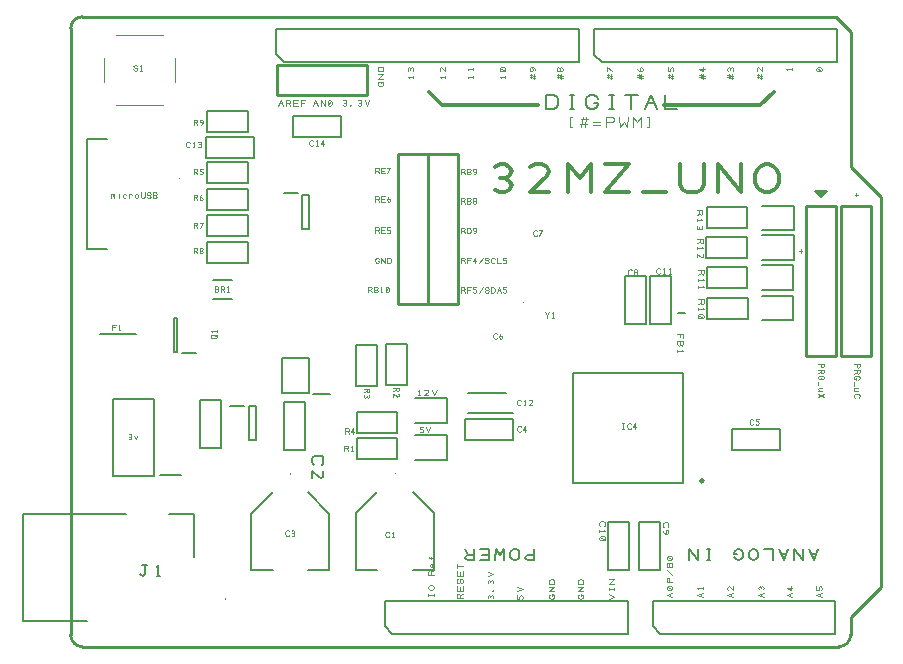
<source format=gto>
G04 DesignSpark PCB Gerber Version 13.0 Build *
%FSLAX35Y35*%
%MOMM*%
%ADD16C,0.02540*%
%ADD19C,0.05000*%
%ADD15C,0.08000*%
%ADD18C,0.10000*%
%ADD14C,0.11170*%
%ADD11C,0.12700*%
%ADD13C,0.16760*%
%ADD17C,0.20000*%
%ADD70C,0.20320*%
%ADD71C,0.25000*%
%ADD20C,0.25400*%
%ADD10C,0.30480*%
%ADD12C,0.31750*%
X0Y0D02*
D02*
D10*
X46248750Y47637770D02*
X45435950D01*
X45321650Y47752070D01*
X47315550Y47637770D02*
X48128350D01*
X48242650Y47752070D01*
D02*
D11*
X42875550Y43667460D02*
X42883490Y43659520D01*
X42899360Y43651580D01*
X42915240Y43659520D01*
X42923180Y43667460D01*
Y43746830D01*
X42939050D01*
X42923180D02*
X42891430D01*
X43018430Y43651580D02*
X43050180D01*
X43034300D02*
Y43746830D01*
X43018430Y43730960D01*
X43564950Y44736070D02*
Y45142470D01*
X43387150D01*
Y44736070D01*
X43564950D01*
X43845250Y47368170D02*
X43438850D01*
Y47190370D01*
X43845250D01*
Y47368170D01*
X44030900Y48283700D02*
X46595100D01*
Y48004300D01*
X44094400D01*
X44030900Y48067800D01*
Y48283700D01*
X44172350Y47366370D02*
X44578750D01*
Y47544170D01*
X44172350D01*
Y47366370D01*
X44274450Y44722070D02*
Y45128470D01*
X44096650D01*
Y44722070D01*
X44274450D01*
X44352240Y44591890D02*
X44344300Y44599830D01*
X44336360Y44615710D01*
Y44639520D01*
X44344300Y44655390D01*
X44352240Y44663330D01*
X44368110Y44671270D01*
X44399860D01*
X44415740Y44663330D01*
X44423680Y44655390D01*
X44431610Y44639520D01*
Y44615710D01*
X44423680Y44599830D01*
X44415740Y44591890D01*
X44336360Y44480770D02*
Y44544270D01*
X44391930Y44488710D01*
X44407800Y44480770D01*
X44423680Y44488710D01*
X44431610Y44504580D01*
Y44528390D01*
X44423680Y44544270D01*
X44950300Y43440700D02*
X47007700D01*
Y43161300D01*
X45013800D01*
X44950300Y43224800D01*
Y43440700D01*
X46035250Y44979170D02*
X45628850D01*
Y44801370D01*
X46035250D01*
Y44979170D01*
X46218050Y43878960D02*
Y43783710D01*
X46162490D01*
X46146610Y43791640D01*
X46138670Y43807520D01*
X46146610Y43823390D01*
X46162490Y43831330D01*
X46218050D01*
X46091050Y43847210D02*
Y43815460D01*
X46083110Y43799580D01*
X46075170Y43791640D01*
X46059300Y43783710D01*
X46043420D01*
X46027550Y43791640D01*
X46019610Y43799580D01*
X46011670Y43815460D01*
Y43847210D01*
X46019610Y43863080D01*
X46027550Y43871020D01*
X46043420Y43878960D01*
X46059300D01*
X46075170Y43871020D01*
X46083110Y43863080D01*
X46091050Y43847210D01*
X45964050Y43783710D02*
X45956110Y43878960D01*
X45924360Y43831330D01*
X45892610Y43878960D01*
X45884670Y43783710D01*
X45837050Y43878960D02*
Y43783710D01*
X45757670D01*
X45773550Y43831330D02*
X45837050D01*
Y43878960D02*
X45757670D01*
X45710050D02*
Y43783710D01*
X45654490D01*
X45638610Y43791640D01*
X45630670Y43807520D01*
X45638610Y43823390D01*
X45654490Y43831330D01*
X45710050D01*
X45654490D02*
X45630670Y43878960D01*
X46725350Y48279970D02*
X48782750D01*
Y48000570D01*
X46788850D01*
X46725350Y48064070D01*
Y48279970D01*
X46839150Y44109470D02*
Y43703070D01*
X47016950D01*
Y44109470D01*
X46839150D01*
X47099150Y44108470D02*
Y43702070D01*
X47276950D01*
Y44108470D01*
X47099150D01*
X47159950Y45782070D02*
Y46188470D01*
X46982150D01*
Y45782070D01*
X47159950D01*
X47221300Y43440700D02*
X48763500D01*
Y43161300D01*
X47284800D01*
X47221300Y43224800D01*
Y43440700D01*
X47370950Y45784070D02*
Y46190470D01*
X47193150D01*
Y45784070D01*
X47370950D01*
X47887850Y44717370D02*
X48294250D01*
Y44895170D01*
X47887850D01*
Y44717370D01*
X48620550Y43878960D02*
X48580860Y43783710D01*
X48541170Y43878960D01*
X48604670Y43839270D02*
X48557050D01*
X48493550Y43878960D02*
Y43783710D01*
X48414170Y43878960D01*
Y43783710D01*
X48366550Y43878960D02*
X48326860Y43783710D01*
X48287170Y43878960D01*
X48350670Y43839270D02*
X48303050D01*
X48239550Y43783710D02*
Y43878960D01*
X48160170D01*
X48112550Y43847210D02*
Y43815460D01*
X48104610Y43799580D01*
X48096670Y43791640D01*
X48080800Y43783710D01*
X48064920D01*
X48049050Y43791640D01*
X48041110Y43799580D01*
X48033170Y43815460D01*
Y43847210D01*
X48041110Y43863080D01*
X48049050Y43871020D01*
X48064920Y43878960D01*
X48080800D01*
X48096670Y43871020D01*
X48104610Y43863080D01*
X48112550Y43847210D01*
X47929990Y43839270D02*
X47906170D01*
Y43847210D01*
X47914110Y43863080D01*
X47922050Y43871020D01*
X47937920Y43878960D01*
X47953800D01*
X47969670Y43871020D01*
X47977610Y43863080D01*
X47985550Y43847210D01*
Y43815460D01*
X47977610Y43799580D01*
X47969670Y43791640D01*
X47953800Y43783710D01*
X47937920D01*
X47922050Y43791640D01*
X47914110Y43799580D01*
X47906170Y43815460D01*
X47707740Y43878960D02*
X47675990D01*
X47691860D02*
Y43783710D01*
X47707740D02*
X47675990D01*
X47604550Y43878960D02*
Y43783710D01*
X47525170Y43878960D01*
Y43783710D01*
X48643050Y46857770D02*
X48698050Y46912770D01*
X48589300Y46911520D01*
X48643050Y46857770D01*
G36*
X48643050Y46857770D02*
X48698050Y46912770D01*
X48589300Y46911520D01*
X48643050Y46857770D01*
G37*
D02*
D12*
X45885390Y46919650D02*
X45925080Y46899800D01*
X45964770D01*
X46004460Y46919650D01*
X46024300Y46959330D01*
X46004460Y46999020D01*
X45964770Y47018860D01*
X45925080D01*
X45964770D02*
X46004460Y47038710D01*
X46024300Y47078400D01*
X46004460Y47118080D01*
X45964770Y47137930D01*
X45925080D01*
X45885390Y47118080D01*
X46341800Y46899800D02*
X46183050D01*
X46321960Y47038710D01*
X46341800Y47078400D01*
X46321960Y47118080D01*
X46282270Y47137930D01*
X46222740D01*
X46183050Y47118080D01*
X46500550Y46899800D02*
Y47137930D01*
X46599770Y47018860D01*
X46698990Y47137930D01*
Y46899800D01*
X46818050Y47137930D02*
X47016490D01*
X46818050Y46899800D01*
X47016490D01*
X47135550D02*
X47333990D01*
X47453050Y47137930D02*
Y46959330D01*
X47472890Y46919650D01*
X47512580Y46899800D01*
X47591960D01*
X47631640Y46919650D01*
X47651490Y46959330D01*
Y47137930D01*
X47770550Y46899800D02*
Y47137930D01*
X47968990Y46899800D01*
Y47137930D01*
X48088050Y46979180D02*
Y47058550D01*
X48107890Y47098240D01*
X48127740Y47118080D01*
X48167430Y47137930D01*
X48207110D01*
X48246800Y47118080D01*
X48266640Y47098240D01*
X48286490Y47058550D01*
Y46979180D01*
X48266640Y46939490D01*
X48246800Y46919650D01*
X48207110Y46899800D01*
X48167430D01*
X48127740Y46919650D01*
X48107890Y46939490D01*
X48088050Y46979180D01*
D02*
D13*
X46315890Y47602120D02*
Y47727850D01*
X46378760D01*
X46399710Y47717380D01*
X46410190Y47706900D01*
X46420670Y47685940D01*
Y47644030D01*
X46410190Y47623080D01*
X46399710Y47612600D01*
X46378760Y47602120D01*
X46315890D01*
X46514960D02*
X46556870D01*
X46535920D02*
Y47727850D01*
X46514960D02*
X46556870D01*
X46724510Y47654510D02*
X46755950D01*
Y47644030D01*
X46745470Y47623080D01*
X46734990Y47612600D01*
X46714040Y47602120D01*
X46693080D01*
X46672130Y47612600D01*
X46661650Y47623080D01*
X46651170Y47644030D01*
Y47685940D01*
X46661650Y47706900D01*
X46672130Y47717380D01*
X46693080Y47727850D01*
X46714040D01*
X46734990Y47717380D01*
X46745470Y47706900D01*
X46755950Y47685940D01*
X46850240Y47602120D02*
X46892150D01*
X46871200D02*
Y47727850D01*
X46850240D02*
X46892150D01*
X47038840Y47602120D02*
Y47727850D01*
X46986450D02*
X47091230D01*
X47154090Y47602120D02*
X47206480Y47727850D01*
X47258870Y47602120D01*
X47175050Y47654510D02*
X47237910D01*
X47321730Y47727850D02*
Y47602120D01*
X47426510D01*
D02*
D14*
X46531960Y47455530D02*
X46517990D01*
Y47539350D01*
X46531960D01*
X46615780Y47455530D02*
X46629750Y47539350D01*
X46657690D02*
X46643720Y47455530D01*
X46664680Y47476480D02*
X46601810D01*
X46608800Y47518390D02*
X46671660D01*
X46713570Y47469500D02*
X46769450D01*
Y47497440D02*
X46713570D01*
X46825330Y47455530D02*
Y47539350D01*
X46874230D01*
X46888200Y47532360D01*
X46895180Y47518390D01*
X46888200Y47504420D01*
X46874230Y47497440D01*
X46825330D01*
X46937090Y47539350D02*
X46944080Y47455530D01*
X46972020Y47497440D01*
X46999960Y47455530D01*
X47006940Y47539350D01*
X47048850Y47455530D02*
Y47539350D01*
X47083780Y47497440D01*
X47118700Y47539350D01*
Y47455530D01*
X47174580D02*
X47188550D01*
Y47539350D01*
X47174580D01*
D02*
D15*
X42633050Y46852180D02*
Y46883930D01*
Y46879960D02*
X42636230Y46883930D01*
X42642580D01*
X42645750Y46879960D01*
Y46868050D01*
Y46879960D02*
X42648920Y46883930D01*
X42655270D01*
X42658450Y46879960D01*
Y46852180D01*
X42696550D02*
Y46883930D01*
Y46895830D02*
X42760050Y46879960D02*
X42753700Y46883930D01*
X42744180D01*
X42737830Y46879960D01*
X42734650Y46872020D01*
Y46864080D01*
X42737830Y46856150D01*
X42744180Y46852180D01*
X42753700D01*
X42760050Y46856150D01*
X42785450Y46852180D02*
Y46883930D01*
Y46872020D02*
X42788630Y46879960D01*
X42794980Y46883930D01*
X42801320D01*
X42807670Y46879960D01*
X42836250Y46864080D02*
X42839430Y46856150D01*
X42845780Y46852180D01*
X42852120D01*
X42858470Y46856150D01*
X42861650Y46864080D01*
Y46872020D01*
X42858470Y46879960D01*
X42852120Y46883930D01*
X42845780D01*
X42839430Y46879960D01*
X42836250Y46872020D01*
Y46864080D01*
X42887050Y46899800D02*
Y46864080D01*
X42890230Y46856150D01*
X42896580Y46852180D01*
X42909270D01*
X42915630Y46856150D01*
X42918800Y46864080D01*
Y46899800D01*
X42937850Y46864080D02*
X42941030Y46856150D01*
X42947380Y46852180D01*
X42960070D01*
X42966430Y46856150D01*
X42969600Y46864080D01*
X42966430Y46872020D01*
X42960070Y46875990D01*
X42947380D01*
X42941030Y46879960D01*
X42937850Y46887900D01*
X42941030Y46895830D01*
X42947380Y46899800D01*
X42960070D01*
X42966430Y46895830D01*
X42969600Y46887900D01*
X43010870Y46875990D02*
X43017230Y46872020D01*
X43020400Y46864080D01*
X43017230Y46856150D01*
X43010870Y46852180D01*
X42988650D01*
Y46899800D01*
X43010870D01*
X43017230Y46895830D01*
X43020400Y46887900D01*
X43017230Y46879960D01*
X43010870Y46875990D01*
X42988650D01*
X42640050Y45732180D02*
Y45779800D01*
X42671800D01*
X42665450Y45755990D02*
X42640050D01*
X42697200Y45732180D02*
X42709900D01*
X42703550D02*
Y45779800D01*
X42697200Y45771860D01*
X42782230Y44811150D02*
X42788580Y44807180D01*
X42794920D01*
X42801270Y44811150D01*
X42804450Y44819080D01*
X42801270Y44827020D01*
X42794920Y44830990D01*
X42788580D01*
X42794920D02*
X42801270Y44834960D01*
X42804450Y44842900D01*
X42801270Y44850830D01*
X42794920Y44854800D01*
X42788580D01*
X42782230Y44850830D01*
X42829850Y44838930D02*
X42842550Y44807180D01*
X42855250Y44838930D01*
X42823050Y47941580D02*
X42826230Y47933650D01*
X42832580Y47929680D01*
X42845270D01*
X42851630Y47933650D01*
X42854800Y47941580D01*
X42851630Y47949520D01*
X42845270Y47953490D01*
X42832580D01*
X42826230Y47957460D01*
X42823050Y47965400D01*
X42826230Y47973330D01*
X42832580Y47977300D01*
X42845270D01*
X42851630Y47973330D01*
X42854800Y47965400D01*
X42880200Y47929680D02*
X42892900D01*
X42886550D02*
Y47977300D01*
X42880200Y47969360D01*
X43299800Y47289110D02*
X43296630Y47285150D01*
X43290270Y47281180D01*
X43280750D01*
X43274400Y47285150D01*
X43271230Y47289110D01*
X43268050Y47297050D01*
Y47312930D01*
X43271230Y47320860D01*
X43274400Y47324830D01*
X43280750Y47328800D01*
X43290270D01*
X43296630Y47324830D01*
X43299800Y47320860D01*
X43325200Y47281180D02*
X43337900D01*
X43331550D02*
Y47328800D01*
X43325200Y47320860D01*
X43372830Y47285150D02*
X43379180Y47281180D01*
X43385520D01*
X43391870Y47285150D01*
X43395050Y47293080D01*
X43391870Y47301020D01*
X43385520Y47304990D01*
X43379180D01*
X43385520D02*
X43391870Y47308960D01*
X43395050Y47316900D01*
X43391870Y47324830D01*
X43385520Y47328800D01*
X43379180D01*
X43372830Y47324830D01*
X43331550Y46382180D02*
Y46429800D01*
X43353770D01*
X43360130Y46425830D01*
X43363300Y46417900D01*
X43360130Y46409960D01*
X43353770Y46405990D01*
X43331550D01*
X43353770D02*
X43363300Y46382180D01*
X43391880Y46405990D02*
X43398220D01*
X43404570Y46409960D01*
X43407750Y46417900D01*
X43404570Y46425830D01*
X43398220Y46429800D01*
X43391880D01*
X43385530Y46425830D01*
X43382350Y46417900D01*
X43385530Y46409960D01*
X43391880Y46405990D01*
X43385530Y46402020D01*
X43382350Y46394080D01*
X43385530Y46386150D01*
X43391880Y46382180D01*
X43398220D01*
X43404570Y46386150D01*
X43407750Y46394080D01*
X43404570Y46402020D01*
X43398220Y46405990D01*
X43331550Y46596180D02*
Y46643800D01*
X43353770D01*
X43360130Y46639830D01*
X43363300Y46631900D01*
X43360130Y46623960D01*
X43353770Y46619990D01*
X43331550D01*
X43353770D02*
X43363300Y46596180D01*
X43382350D02*
X43407750Y46643800D01*
X43382350D01*
X43331550Y46832180D02*
Y46879800D01*
X43353770D01*
X43360130Y46875830D01*
X43363300Y46867900D01*
X43360130Y46859960D01*
X43353770Y46855990D01*
X43331550D01*
X43353770D02*
X43363300Y46832180D01*
X43382350Y46844080D02*
X43385530Y46852020D01*
X43391880Y46855990D01*
X43398220D01*
X43404570Y46852020D01*
X43407750Y46844080D01*
X43404570Y46836150D01*
X43398220Y46832180D01*
X43391880D01*
X43385530Y46836150D01*
X43382350Y46844080D01*
Y46855990D01*
X43385530Y46867900D01*
X43391880Y46875830D01*
X43398220Y46879800D01*
X43331550Y47052180D02*
Y47099800D01*
X43353770D01*
X43360130Y47095830D01*
X43363300Y47087900D01*
X43360130Y47079960D01*
X43353770Y47075990D01*
X43331550D01*
X43353770D02*
X43363300Y47052180D01*
X43382350Y47056150D02*
X43388700Y47052180D01*
X43398220D01*
X43404570Y47056150D01*
X43407750Y47064080D01*
Y47068050D01*
X43404570Y47075990D01*
X43398220Y47079960D01*
X43382350D01*
Y47099800D01*
X43407750D01*
X43331550Y47468180D02*
Y47515800D01*
X43353770D01*
X43360130Y47511830D01*
X43363300Y47503900D01*
X43360130Y47495960D01*
X43353770Y47491990D01*
X43331550D01*
X43353770D02*
X43363300Y47468180D01*
X43391880D02*
X43398220Y47472150D01*
X43404570Y47480080D01*
X43407750Y47491990D01*
Y47503900D01*
X43404570Y47511830D01*
X43398220Y47515800D01*
X43391880D01*
X43385530Y47511830D01*
X43382350Y47503900D01*
X43385530Y47495960D01*
X43391880Y47491990D01*
X43398220D01*
X43404570Y47495960D01*
X43407750Y47503900D01*
X43532270Y46080990D02*
X43538630Y46077020D01*
X43541800Y46069080D01*
X43538630Y46061150D01*
X43532270Y46057180D01*
X43510050D01*
Y46104800D01*
X43532270D01*
X43538630Y46100830D01*
X43541800Y46092900D01*
X43538630Y46084960D01*
X43532270Y46080990D01*
X43510050D01*
X43560850Y46057180D02*
Y46104800D01*
X43583070D01*
X43589430Y46100830D01*
X43592600Y46092900D01*
X43589430Y46084960D01*
X43583070Y46080990D01*
X43560850D01*
X43583070D02*
X43592600Y46057180D01*
X43618000D02*
X43630700D01*
X43624350D02*
Y46104800D01*
X43618000Y46096860D01*
X43510270Y45662770D02*
X43494390D01*
X43486460Y45665950D01*
X43482490Y45669120D01*
X43478520Y45675470D01*
Y45681820D01*
X43482490Y45688170D01*
X43486460Y45691350D01*
X43494390Y45694520D01*
X43510270D01*
X43518210Y45691350D01*
X43522170Y45688170D01*
X43526140Y45681820D01*
Y45675470D01*
X43522170Y45669120D01*
X43518210Y45665950D01*
X43510270Y45662770D01*
X43514240Y45684990D02*
X43526140Y45694520D01*
Y45719920D02*
Y45732620D01*
Y45726270D02*
X43478520D01*
X43486460Y45719920D01*
X44139800Y43997610D02*
X44136630Y43993650D01*
X44130270Y43989680D01*
X44120750D01*
X44114400Y43993650D01*
X44111230Y43997610D01*
X44108050Y44005550D01*
Y44021430D01*
X44111230Y44029360D01*
X44114400Y44033330D01*
X44120750Y44037300D01*
X44130270D01*
X44136630Y44033330D01*
X44139800Y44029360D01*
X44162030Y43993650D02*
X44168380Y43989680D01*
X44174720D01*
X44181070Y43993650D01*
X44184250Y44001580D01*
X44181070Y44009520D01*
X44174720Y44013490D01*
X44168380D01*
X44174720D02*
X44181070Y44017460D01*
X44184250Y44025400D01*
X44181070Y44033330D01*
X44174720Y44037300D01*
X44168380D01*
X44162030Y44033330D01*
X44344800Y47302610D02*
X44341630Y47298650D01*
X44335270Y47294680D01*
X44325750D01*
X44319400Y47298650D01*
X44316230Y47302610D01*
X44313050Y47310550D01*
Y47326430D01*
X44316230Y47334360D01*
X44319400Y47338330D01*
X44325750Y47342300D01*
X44335270D01*
X44341630Y47338330D01*
X44344800Y47334360D01*
X44370200Y47294680D02*
X44382900D01*
X44376550D02*
Y47342300D01*
X44370200Y47334360D01*
X44430520Y47294680D02*
Y47342300D01*
X44414650Y47310550D01*
X44440050D01*
X44608050Y44707180D02*
Y44754800D01*
X44630270D01*
X44636630Y44750830D01*
X44639800Y44742900D01*
X44636630Y44734960D01*
X44630270Y44730990D01*
X44608050D01*
X44630270D02*
X44639800Y44707180D01*
X44665200D02*
X44677900D01*
X44671550D02*
Y44754800D01*
X44665200Y44746860D01*
X44615550Y44854680D02*
Y44902300D01*
X44637770D01*
X44644130Y44898330D01*
X44647300Y44890400D01*
X44644130Y44882460D01*
X44637770Y44878490D01*
X44615550D01*
X44637770D02*
X44647300Y44854680D01*
X44682220D02*
Y44902300D01*
X44666350Y44870550D01*
X44691750D01*
X44772460Y45237770D02*
X44820080D01*
Y45215550D01*
X44816110Y45209190D01*
X44808180Y45206020D01*
X44800240Y45209190D01*
X44796270Y45215550D01*
Y45237770D01*
Y45215550D02*
X44772460Y45206020D01*
X44776430Y45183790D02*
X44772460Y45177440D01*
Y45171100D01*
X44776430Y45164750D01*
X44784360Y45161570D01*
X44792300Y45164750D01*
X44796270Y45171100D01*
Y45177440D01*
Y45171100D02*
X44800240Y45164750D01*
X44808180Y45161570D01*
X44816110Y45164750D01*
X44820080Y45171100D01*
Y45177440D01*
X44816110Y45183790D01*
X44807050Y46052180D02*
Y46099800D01*
X44829270D01*
X44835630Y46095830D01*
X44838800Y46087900D01*
X44835630Y46079960D01*
X44829270Y46075990D01*
X44807050D01*
X44829270D02*
X44838800Y46052180D01*
X44880070Y46075990D02*
X44886430Y46072020D01*
X44889600Y46064080D01*
X44886430Y46056150D01*
X44880070Y46052180D01*
X44857850D01*
Y46099800D01*
X44880070D01*
X44886430Y46095830D01*
X44889600Y46087900D01*
X44886430Y46079960D01*
X44880070Y46075990D01*
X44857850D01*
X44915000Y46052180D02*
X44927700D01*
X44921350D02*
Y46099800D01*
X44915000Y46091860D01*
X44962630Y46056150D02*
X44968980Y46052180D01*
X44975320D01*
X44981670Y46056150D01*
X44984850Y46064080D01*
Y46087900D01*
X44981670Y46095830D01*
X44975320Y46099800D01*
X44968980D01*
X44962630Y46095830D01*
X44959450Y46087900D01*
Y46064080D01*
X44962630Y46056150D01*
X44981670Y46095830D01*
X44892770Y46319520D02*
X44902300D01*
Y46315550D01*
X44899130Y46307610D01*
X44895950Y46303650D01*
X44889600Y46299680D01*
X44883250D01*
X44876900Y46303650D01*
X44873730Y46307610D01*
X44870550Y46315550D01*
Y46331430D01*
X44873730Y46339360D01*
X44876900Y46343330D01*
X44883250Y46347300D01*
X44889600D01*
X44895950Y46343330D01*
X44899130Y46339360D01*
X44902300Y46331430D01*
X44921350Y46299680D02*
Y46347300D01*
X44953100Y46299680D01*
Y46347300D01*
X44972150Y46299680D02*
Y46347300D01*
X44991200D01*
X44997550Y46343330D01*
X45000730Y46339360D01*
X45003900Y46331430D01*
Y46315550D01*
X45000730Y46307610D01*
X44997550Y46303650D01*
X44991200Y46299680D01*
X44972150D01*
X44870550Y46554680D02*
Y46602300D01*
X44892770D01*
X44899130Y46598330D01*
X44902300Y46590400D01*
X44899130Y46582460D01*
X44892770Y46578490D01*
X44870550D01*
X44892770D02*
X44902300Y46554680D01*
X44921350D02*
Y46602300D01*
X44953100D01*
X44946750Y46578490D02*
X44921350D01*
Y46554680D02*
X44953100D01*
X44972150Y46558650D02*
X44978500Y46554680D01*
X44988020D01*
X44994370Y46558650D01*
X44997550Y46566580D01*
Y46570550D01*
X44994370Y46578490D01*
X44988020Y46582460D01*
X44972150D01*
Y46602300D01*
X44997550D01*
X44870550Y46819680D02*
Y46867300D01*
X44892770D01*
X44899130Y46863330D01*
X44902300Y46855400D01*
X44899130Y46847460D01*
X44892770Y46843490D01*
X44870550D01*
X44892770D02*
X44902300Y46819680D01*
X44921350D02*
Y46867300D01*
X44953100D01*
X44946750Y46843490D02*
X44921350D01*
Y46819680D02*
X44953100D01*
X44972150Y46831580D02*
X44975330Y46839520D01*
X44981680Y46843490D01*
X44988020D01*
X44994370Y46839520D01*
X44997550Y46831580D01*
X44994370Y46823650D01*
X44988020Y46819680D01*
X44981680D01*
X44975330Y46823650D01*
X44972150Y46831580D01*
Y46843490D01*
X44975330Y46855400D01*
X44981680Y46863330D01*
X44988020Y46867300D01*
X44870550Y47059680D02*
Y47107300D01*
X44892770D01*
X44899130Y47103330D01*
X44902300Y47095400D01*
X44899130Y47087460D01*
X44892770Y47083490D01*
X44870550D01*
X44892770D02*
X44902300Y47059680D01*
X44921350D02*
Y47107300D01*
X44953100D01*
X44946750Y47083490D02*
X44921350D01*
Y47059680D02*
X44953100D01*
X44972150D02*
X44997550Y47107300D01*
X44972150D01*
X44918800Y47826050D02*
Y47837960D01*
X44922770D01*
X44930710Y47833990D01*
X44934670Y47830020D01*
X44938640Y47822080D01*
Y47814150D01*
X44934670Y47806210D01*
X44930710Y47802240D01*
X44922770Y47798270D01*
X44906890D01*
X44898960Y47802240D01*
X44894990Y47806210D01*
X44891020Y47814150D01*
Y47822080D01*
X44894990Y47830020D01*
X44898960Y47833990D01*
X44906890Y47837960D01*
X44938640Y47861770D02*
X44891020D01*
X44938640Y47901460D01*
X44891020D01*
X44938640Y47925270D02*
X44891020D01*
Y47949080D01*
X44894990Y47957020D01*
X44898960Y47960990D01*
X44906890Y47964960D01*
X44922770D01*
X44930710Y47960990D01*
X44934670Y47957020D01*
X44938640Y47949080D01*
Y47925270D01*
X44987800Y43987110D02*
X44984630Y43983150D01*
X44978270Y43979180D01*
X44968750D01*
X44962400Y43983150D01*
X44959230Y43987110D01*
X44956050Y43995050D01*
Y44010930D01*
X44959230Y44018860D01*
X44962400Y44022830D01*
X44968750Y44026800D01*
X44978270D01*
X44984630Y44022830D01*
X44987800Y44018860D01*
X45013200Y43979180D02*
X45025900D01*
X45019550D02*
Y44026800D01*
X45013200Y44018860D01*
X45022460Y45245270D02*
X45070080D01*
Y45223050D01*
X45066110Y45216690D01*
X45058180Y45213520D01*
X45050240Y45216690D01*
X45046270Y45223050D01*
Y45245270D01*
Y45223050D02*
X45022460Y45213520D01*
Y45169070D02*
Y45194470D01*
X45050240Y45172250D01*
X45058180Y45169070D01*
X45066110Y45172250D01*
X45070080Y45178600D01*
Y45188120D01*
X45066110Y45194470D01*
X45191140Y47869710D02*
Y47885580D01*
Y47877650D02*
X45143520D01*
X45151460Y47869710D01*
X45187170Y47929240D02*
X45191140Y47937180D01*
Y47945110D01*
X45187170Y47953050D01*
X45179240Y47957020D01*
X45171300Y47953050D01*
X45167330Y47945110D01*
Y47937180D01*
Y47945110D02*
X45163360Y47953050D01*
X45155420Y47957020D01*
X45147490Y47953050D01*
X45143520Y47945110D01*
Y47937180D01*
X45147490Y47929240D01*
X45230990Y45179680D02*
X45246860D01*
X45238930D02*
Y45227300D01*
X45230990Y45219360D01*
X45318300Y45179680D02*
X45286550D01*
X45314330Y45207460D01*
X45318300Y45215400D01*
X45314330Y45223330D01*
X45306390Y45227300D01*
X45294490D01*
X45286550Y45223330D01*
X45350050Y45227300D02*
X45369890Y45179680D01*
X45389740Y45227300D01*
X45248050Y44871150D02*
X45254400Y44867180D01*
X45263920D01*
X45270270Y44871150D01*
X45273450Y44879080D01*
Y44883050D01*
X45270270Y44890990D01*
X45263920Y44894960D01*
X45248050D01*
Y44914800D01*
X45273450D01*
X45298850D02*
X45314720Y44867180D01*
X45330600Y44914800D01*
X45366240Y43482180D02*
Y43498050D01*
Y43490110D02*
X45318620D01*
Y43482180D02*
Y43498050D01*
X45350370Y43533770D02*
X45334490D01*
X45326560Y43537740D01*
X45322590Y43541710D01*
X45318620Y43549650D01*
Y43557580D01*
X45322590Y43565520D01*
X45326560Y43569490D01*
X45334490Y43573460D01*
X45350370D01*
X45358310Y43569490D01*
X45362270Y43565520D01*
X45366240Y43557580D01*
Y43549650D01*
X45362270Y43541710D01*
X45358310Y43537740D01*
X45350370Y43533770D01*
X45366240Y43660770D02*
X45318620D01*
Y43688550D01*
X45322590Y43696490D01*
X45330520Y43700460D01*
X45338460Y43696490D01*
X45342430Y43688550D01*
Y43660770D01*
Y43688550D02*
X45366240Y43700460D01*
X45362270Y43756020D02*
X45366240Y43752050D01*
Y43744110D01*
Y43736180D01*
X45362270Y43728240D01*
X45354340Y43724270D01*
X45342430D01*
X45338460Y43728240D01*
X45334490Y43736180D01*
Y43744110D01*
X45338460Y43752050D01*
X45342430Y43756020D01*
X45346400D01*
X45350370Y43752050D01*
X45354340Y43744110D01*
Y43736180D01*
X45350370Y43728240D01*
X45346400Y43724270D01*
X45366240Y43803650D02*
X45326560D01*
X45322590Y43807610D01*
Y43811580D01*
X45326560Y43815550D01*
X45338460Y43795710D02*
Y43811580D01*
X45463640Y47869710D02*
Y47885580D01*
Y47877650D02*
X45416020D01*
X45423960Y47869710D01*
X45463640Y47957020D02*
Y47925270D01*
X45435860Y47953050D01*
X45427920Y47957020D01*
X45419990Y47953050D01*
X45416020Y47945110D01*
Y47933210D01*
X45419990Y47925270D01*
X45595550Y46049680D02*
Y46097300D01*
X45617770D01*
X45624130Y46093330D01*
X45627300Y46085400D01*
X45624130Y46077460D01*
X45617770Y46073490D01*
X45595550D01*
X45617770D02*
X45627300Y46049680D01*
X45646350D02*
Y46097300D01*
X45678100D01*
X45671750Y46073490D02*
X45646350D01*
X45697150Y46053650D02*
X45703500Y46049680D01*
X45713020D01*
X45719370Y46053650D01*
X45722550Y46061580D01*
Y46065550D01*
X45719370Y46073490D01*
X45713020Y46077460D01*
X45697150D01*
Y46097300D01*
X45722550D01*
X45747950Y46049680D02*
X45779700Y46097300D01*
X45798750Y46061580D02*
X45801930Y46053650D01*
X45808280Y46049680D01*
X45820970D01*
X45827330Y46053650D01*
X45830500Y46061580D01*
X45827330Y46069520D01*
X45820970Y46073490D01*
X45808280D01*
X45801930Y46077460D01*
X45798750Y46085400D01*
X45801930Y46093330D01*
X45808280Y46097300D01*
X45820970D01*
X45827330Y46093330D01*
X45830500Y46085400D01*
X45849550Y46049680D02*
Y46097300D01*
X45868600D01*
X45874950Y46093330D01*
X45878130Y46089360D01*
X45881300Y46081430D01*
Y46065550D01*
X45878130Y46057610D01*
X45874950Y46053650D01*
X45868600Y46049680D01*
X45849550D01*
X45900350D02*
X45916220Y46097300D01*
X45932100Y46049680D01*
X45906700Y46069520D02*
X45925750D01*
X45951150Y46053650D02*
X45957500Y46049680D01*
X45967020D01*
X45973370Y46053650D01*
X45976550Y46061580D01*
Y46065550D01*
X45973370Y46073490D01*
X45967020Y46077460D01*
X45951150D01*
Y46097300D01*
X45976550D01*
X45595550Y46299680D02*
Y46347300D01*
X45617770D01*
X45624130Y46343330D01*
X45627300Y46335400D01*
X45624130Y46327460D01*
X45617770Y46323490D01*
X45595550D01*
X45617770D02*
X45627300Y46299680D01*
X45646350D02*
Y46347300D01*
X45678100D01*
X45671750Y46323490D02*
X45646350D01*
X45713020Y46299680D02*
Y46347300D01*
X45697150Y46315550D01*
X45722550D01*
X45747950Y46299680D02*
X45779700Y46347300D01*
X45798750Y46311580D02*
X45801930Y46303650D01*
X45808280Y46299680D01*
X45820970D01*
X45827330Y46303650D01*
X45830500Y46311580D01*
X45827330Y46319520D01*
X45820970Y46323490D01*
X45808280D01*
X45801930Y46327460D01*
X45798750Y46335400D01*
X45801930Y46343330D01*
X45808280Y46347300D01*
X45820970D01*
X45827330Y46343330D01*
X45830500Y46335400D01*
X45881300Y46307610D02*
X45878130Y46303650D01*
X45871770Y46299680D01*
X45862250D01*
X45855900Y46303650D01*
X45852730Y46307610D01*
X45849550Y46315550D01*
Y46331430D01*
X45852730Y46339360D01*
X45855900Y46343330D01*
X45862250Y46347300D01*
X45871770D01*
X45878130Y46343330D01*
X45881300Y46339360D01*
X45900350Y46347300D02*
Y46299680D01*
X45932100D01*
X45951150Y46303650D02*
X45957500Y46299680D01*
X45967020D01*
X45973370Y46303650D01*
X45976550Y46311580D01*
Y46315550D01*
X45973370Y46323490D01*
X45967020Y46327460D01*
X45951150D01*
Y46347300D01*
X45976550D01*
X45595550Y46552180D02*
Y46599800D01*
X45617770D01*
X45624130Y46595830D01*
X45627300Y46587900D01*
X45624130Y46579960D01*
X45617770Y46575990D01*
X45595550D01*
X45617770D02*
X45627300Y46552180D01*
X45646350D02*
Y46599800D01*
X45665400D01*
X45671750Y46595830D01*
X45674930Y46591860D01*
X45678100Y46583930D01*
Y46568050D01*
X45674930Y46560110D01*
X45671750Y46556150D01*
X45665400Y46552180D01*
X45646350D01*
X45706680D02*
X45713020Y46556150D01*
X45719370Y46564080D01*
X45722550Y46575990D01*
Y46587900D01*
X45719370Y46595830D01*
X45713020Y46599800D01*
X45706680D01*
X45700330Y46595830D01*
X45697150Y46587900D01*
X45700330Y46579960D01*
X45706680Y46575990D01*
X45713020D01*
X45719370Y46579960D01*
X45722550Y46587900D01*
X45595550Y46804680D02*
Y46852300D01*
X45617770D01*
X45624130Y46848330D01*
X45627300Y46840400D01*
X45624130Y46832460D01*
X45617770Y46828490D01*
X45595550D01*
X45617770D02*
X45627300Y46804680D01*
X45668570Y46828490D02*
X45674930Y46824520D01*
X45678100Y46816580D01*
X45674930Y46808650D01*
X45668570Y46804680D01*
X45646350D01*
Y46852300D01*
X45668570D01*
X45674930Y46848330D01*
X45678100Y46840400D01*
X45674930Y46832460D01*
X45668570Y46828490D01*
X45646350D01*
X45706680D02*
X45713020D01*
X45719370Y46832460D01*
X45722550Y46840400D01*
X45719370Y46848330D01*
X45713020Y46852300D01*
X45706680D01*
X45700330Y46848330D01*
X45697150Y46840400D01*
X45700330Y46832460D01*
X45706680Y46828490D01*
X45700330Y46824520D01*
X45697150Y46816580D01*
X45700330Y46808650D01*
X45706680Y46804680D01*
X45713020D01*
X45719370Y46808650D01*
X45722550Y46816580D01*
X45719370Y46824520D01*
X45713020Y46828490D01*
X45595550Y47052180D02*
Y47099800D01*
X45617770D01*
X45624130Y47095830D01*
X45627300Y47087900D01*
X45624130Y47079960D01*
X45617770Y47075990D01*
X45595550D01*
X45617770D02*
X45627300Y47052180D01*
X45668570Y47075990D02*
X45674930Y47072020D01*
X45678100Y47064080D01*
X45674930Y47056150D01*
X45668570Y47052180D01*
X45646350D01*
Y47099800D01*
X45668570D01*
X45674930Y47095830D01*
X45678100Y47087900D01*
X45674930Y47079960D01*
X45668570Y47075990D01*
X45646350D01*
X45706680Y47052180D02*
X45713020Y47056150D01*
X45719370Y47064080D01*
X45722550Y47075990D01*
Y47087900D01*
X45719370Y47095830D01*
X45713020Y47099800D01*
X45706680D01*
X45700330Y47095830D01*
X45697150Y47087900D01*
X45700330Y47079960D01*
X45706680Y47075990D01*
X45713020D01*
X45719370Y47079960D01*
X45722550Y47087900D01*
X45609240Y43462770D02*
X45561620D01*
Y43490550D01*
X45565590Y43498490D01*
X45573520Y43502460D01*
X45581460Y43498490D01*
X45585430Y43490550D01*
Y43462770D01*
Y43490550D02*
X45609240Y43502460D01*
Y43526270D02*
X45561620D01*
Y43565960D01*
X45585430Y43558020D02*
Y43526270D01*
X45609240D02*
Y43565960D01*
X45597340Y43589770D02*
X45605270Y43593740D01*
X45609240Y43601680D01*
Y43617550D01*
X45605270Y43625490D01*
X45597340Y43629460D01*
X45589400Y43625490D01*
X45585430Y43617550D01*
Y43601680D01*
X45581460Y43593740D01*
X45573520Y43589770D01*
X45565590Y43593740D01*
X45561620Y43601680D01*
Y43617550D01*
X45565590Y43625490D01*
X45573520Y43629460D01*
X45609240Y43653270D02*
X45561620D01*
Y43692960D01*
X45585430Y43685020D02*
Y43653270D01*
X45609240D02*
Y43692960D01*
Y43736610D02*
X45561620D01*
Y43716770D02*
Y43756460D01*
X45698640Y47869710D02*
Y47885580D01*
Y47877650D02*
X45651020D01*
X45658960Y47869710D01*
X45698640Y47933210D02*
Y47949080D01*
Y47941150D02*
X45651020D01*
X45658960Y47933210D01*
X45899800Y45667620D02*
X45896630Y45663660D01*
X45890270Y45659690D01*
X45880750D01*
X45874400Y45663660D01*
X45871230Y45667620D01*
X45868050Y45675560D01*
Y45691440D01*
X45871230Y45699370D01*
X45874400Y45703340D01*
X45880750Y45707310D01*
X45890270D01*
X45896630Y45703340D01*
X45899800Y45699370D01*
X45918850Y45671590D02*
X45922030Y45679530D01*
X45928380Y45683500D01*
X45934720D01*
X45941070Y45679530D01*
X45944250Y45671590D01*
X45941070Y45663660D01*
X45934720Y45659690D01*
X45928380D01*
X45922030Y45663660D01*
X45918850Y45671590D01*
Y45683500D01*
X45922030Y45695410D01*
X45928380Y45703340D01*
X45934720Y45707310D01*
X45865270Y43461740D02*
X45869240Y43469680D01*
Y43477610D01*
X45865270Y43485550D01*
X45857340Y43489520D01*
X45849400Y43485550D01*
X45845430Y43477610D01*
Y43469680D01*
Y43477610D02*
X45841460Y43485550D01*
X45833520Y43489520D01*
X45825590Y43485550D01*
X45821620Y43477610D01*
Y43469680D01*
X45825590Y43461740D01*
X45869240Y43525240D02*
X45865270Y43529210D01*
X45861310Y43525240D01*
X45865270Y43521270D01*
X45869240Y43525240D01*
X45865270Y43588740D02*
X45869240Y43596680D01*
Y43604610D01*
X45865270Y43612550D01*
X45857340Y43616520D01*
X45849400Y43612550D01*
X45845430Y43604610D01*
Y43596680D01*
Y43604610D02*
X45841460Y43612550D01*
X45833520Y43616520D01*
X45825590Y43612550D01*
X45821620Y43604610D01*
Y43596680D01*
X45825590Y43588740D01*
X45821620Y43648270D02*
X45869240Y43668110D01*
X45821620Y43687960D01*
X45971140Y47869710D02*
Y47885580D01*
Y47877650D02*
X45923520D01*
X45931460Y47869710D01*
X45967170Y47929240D02*
X45971140Y47937180D01*
Y47945110D01*
X45967170Y47953050D01*
X45959240Y47957020D01*
X45935420D01*
X45927490Y47953050D01*
X45923520Y47945110D01*
Y47937180D01*
X45927490Y47929240D01*
X45935420Y47925270D01*
X45959240D01*
X45967170Y47929240D01*
X45927490Y47953050D01*
X46102300Y45105110D02*
X46099130Y45101150D01*
X46092770Y45097180D01*
X46083250D01*
X46076900Y45101150D01*
X46073730Y45105110D01*
X46070550Y45113050D01*
Y45128930D01*
X46073730Y45136860D01*
X46076900Y45140830D01*
X46083250Y45144800D01*
X46092770D01*
X46099130Y45140830D01*
X46102300Y45136860D01*
X46127700Y45097180D02*
X46140400D01*
X46134050D02*
Y45144800D01*
X46127700Y45136860D01*
X46197550Y45097180D02*
X46172150D01*
X46194370Y45124960D01*
X46197550Y45132900D01*
X46194370Y45140830D01*
X46188020Y45144800D01*
X46178500D01*
X46172150Y45140830D01*
X46104800Y44882610D02*
X46101630Y44878650D01*
X46095270Y44874680D01*
X46085750D01*
X46079400Y44878650D01*
X46076230Y44882610D01*
X46073050Y44890550D01*
Y44906430D01*
X46076230Y44914360D01*
X46079400Y44918330D01*
X46085750Y44922300D01*
X46095270D01*
X46101630Y44918330D01*
X46104800Y44914360D01*
X46139720Y44874680D02*
Y44922300D01*
X46123850Y44890550D01*
X46149250D01*
X46112770Y43457770D02*
X46116740Y43465710D01*
Y43477610D01*
X46112770Y43485550D01*
X46104840Y43489520D01*
X46100870D01*
X46092930Y43485550D01*
X46088960Y43477610D01*
Y43457770D01*
X46069120D01*
Y43489520D01*
Y43521270D02*
X46116740Y43541110D01*
X46069120Y43560960D01*
X46239800Y46537610D02*
X46236630Y46533650D01*
X46230270Y46529680D01*
X46220750D01*
X46214400Y46533650D01*
X46211230Y46537610D01*
X46208050Y46545550D01*
Y46561430D01*
X46211230Y46569360D01*
X46214400Y46573330D01*
X46220750Y46577300D01*
X46230270D01*
X46236630Y46573330D01*
X46239800Y46569360D01*
X46258850Y46529680D02*
X46284250Y46577300D01*
X46258850D01*
X46226140Y47869710D02*
X46178520Y47877650D01*
Y47893520D02*
X46226140Y47885580D01*
X46214240Y47897490D02*
Y47861770D01*
X46190420Y47865740D02*
Y47901460D01*
X46226140Y47937180D02*
X46222170Y47945110D01*
X46214240Y47953050D01*
X46202330Y47957020D01*
X46190420D01*
X46182490Y47953050D01*
X46178520Y47945110D01*
Y47937180D01*
X46182490Y47929240D01*
X46190420Y47925270D01*
X46198360Y47929240D01*
X46202330Y47937180D01*
Y47945110D01*
X46198360Y47953050D01*
X46190420Y47957020D01*
X46326920Y45835180D02*
Y45858990D01*
X46311050Y45882800D01*
X46326920Y45858990D02*
X46342800Y45882800D01*
X46368200Y45835180D02*
X46380900D01*
X46374550D02*
Y45882800D01*
X46368200Y45874860D01*
X46366900Y43485550D02*
Y43497460D01*
X46370870D01*
X46378810Y43493490D01*
X46382770Y43489520D01*
X46386740Y43481580D01*
Y43473650D01*
X46382770Y43465710D01*
X46378810Y43461740D01*
X46370870Y43457770D01*
X46354990D01*
X46347060Y43461740D01*
X46343090Y43465710D01*
X46339120Y43473650D01*
Y43481580D01*
X46343090Y43489520D01*
X46347060Y43493490D01*
X46354990Y43497460D01*
X46386740Y43521270D02*
X46339120D01*
X46386740Y43560960D01*
X46339120D01*
X46386740Y43584770D02*
X46339120D01*
Y43608580D01*
X46343090Y43616520D01*
X46347060Y43620490D01*
X46354990Y43624460D01*
X46370870D01*
X46378810Y43620490D01*
X46382770Y43616520D01*
X46386740Y43608580D01*
Y43584770D01*
X46456140Y47869710D02*
X46408520Y47877650D01*
Y47893520D02*
X46456140Y47885580D01*
X46444240Y47897490D02*
Y47861770D01*
X46420420Y47865740D02*
Y47901460D01*
X46432330Y47937180D02*
Y47945110D01*
X46428360Y47953050D01*
X46420420Y47957020D01*
X46412490Y47953050D01*
X46408520Y47945110D01*
Y47937180D01*
X46412490Y47929240D01*
X46420420Y47925270D01*
X46428360Y47929240D01*
X46432330Y47937180D01*
X46436300Y47929240D01*
X46444240Y47925270D01*
X46452170Y47929240D01*
X46456140Y47937180D01*
Y47945110D01*
X46452170Y47953050D01*
X46444240Y47957020D01*
X46436300Y47953050D01*
X46432330Y47945110D01*
X46611900Y43485550D02*
Y43497460D01*
X46615870D01*
X46623810Y43493490D01*
X46627770Y43489520D01*
X46631740Y43481580D01*
Y43473650D01*
X46627770Y43465710D01*
X46623810Y43461740D01*
X46615870Y43457770D01*
X46599990D01*
X46592060Y43461740D01*
X46588090Y43465710D01*
X46584120Y43473650D01*
Y43481580D01*
X46588090Y43489520D01*
X46592060Y43493490D01*
X46599990Y43497460D01*
X46631740Y43521270D02*
X46584120D01*
X46631740Y43560960D01*
X46584120D01*
X46631740Y43584770D02*
X46584120D01*
Y43608580D01*
X46588090Y43616520D01*
X46592060Y43620490D01*
X46599990Y43624460D01*
X46615870D01*
X46623810Y43620490D01*
X46627770Y43616520D01*
X46631740Y43608580D01*
Y43584770D01*
X46876140Y47869710D02*
X46828520Y47877650D01*
Y47893520D02*
X46876140Y47885580D01*
X46864240Y47897490D02*
Y47861770D01*
X46840420Y47865740D02*
Y47901460D01*
X46876140Y47925270D02*
X46828520Y47957020D01*
Y47925270D01*
X46847220Y43457770D02*
X46894840Y43477610D01*
X46847220Y43497460D01*
X46894840Y43533180D02*
Y43549050D01*
Y43541110D02*
X46847220D01*
Y43533180D02*
Y43549050D01*
X46894840Y43584770D02*
X46847220D01*
X46894840Y43624460D01*
X46847220D01*
X46961580Y44896180D02*
X46974270D01*
X46967920D02*
Y44943800D01*
X46961580D02*
X46974270D01*
X47034600Y44904110D02*
X47031430Y44900150D01*
X47025070Y44896180D01*
X47015550D01*
X47009200Y44900150D01*
X47006030Y44904110D01*
X47002850Y44912050D01*
Y44927930D01*
X47006030Y44935860D01*
X47009200Y44939830D01*
X47015550Y44943800D01*
X47025070D01*
X47031430Y44939830D01*
X47034600Y44935860D01*
X47069520Y44896180D02*
Y44943800D01*
X47053650Y44912050D01*
X47079050D01*
X47042300Y46207610D02*
X47039130Y46203650D01*
X47032770Y46199680D01*
X47023250D01*
X47016900Y46203650D01*
X47013730Y46207610D01*
X47010550Y46215550D01*
Y46231430D01*
X47013730Y46239360D01*
X47016900Y46243330D01*
X47023250Y46247300D01*
X47032770D01*
X47039130Y46243330D01*
X47042300Y46239360D01*
X47070880Y46223490D02*
X47077220D01*
X47083570Y46227460D01*
X47086750Y46235400D01*
X47083570Y46243330D01*
X47077220Y46247300D01*
X47070880D01*
X47064530Y46243330D01*
X47061350Y46235400D01*
X47064530Y46227460D01*
X47070880Y46223490D01*
X47064530Y46219520D01*
X47061350Y46211580D01*
X47064530Y46203650D01*
X47070880Y46199680D01*
X47077220D01*
X47083570Y46203650D01*
X47086750Y46211580D01*
X47083570Y46219520D01*
X47077220Y46223490D01*
X47134840Y47869710D02*
X47087220Y47877650D01*
Y47893520D02*
X47134840Y47885580D01*
X47122940Y47897490D02*
Y47861770D01*
X47099120Y47865740D02*
Y47901460D01*
X47122940Y47925270D02*
X47115000Y47929240D01*
X47111030Y47937180D01*
Y47945110D01*
X47115000Y47953050D01*
X47122940Y47957020D01*
X47130870Y47953050D01*
X47134840Y47945110D01*
Y47937180D01*
X47130870Y47929240D01*
X47122940Y47925270D01*
X47111030D01*
X47099120Y47929240D01*
X47091190Y47937180D01*
X47087220Y47945110D01*
X47282300Y46217610D02*
X47279130Y46213650D01*
X47272770Y46209680D01*
X47263250D01*
X47256900Y46213650D01*
X47253730Y46217610D01*
X47250550Y46225550D01*
Y46241430D01*
X47253730Y46249360D01*
X47256900Y46253330D01*
X47263250Y46257300D01*
X47272770D01*
X47279130Y46253330D01*
X47282300Y46249360D01*
X47307700Y46209680D02*
X47320400D01*
X47314050D02*
Y46257300D01*
X47307700Y46249360D01*
X47358500Y46209680D02*
X47371200D01*
X47364850D02*
Y46257300D01*
X47358500Y46249360D01*
X47384240Y43470270D02*
X47336620Y43490110D01*
X47384240Y43509960D01*
X47364400Y43478210D02*
Y43502020D01*
X47380270Y43537740D02*
X47384240Y43545680D01*
Y43553610D01*
X47380270Y43561550D01*
X47372340Y43565520D01*
X47348520D01*
X47340590Y43561550D01*
X47336620Y43553610D01*
Y43545680D01*
X47340590Y43537740D01*
X47348520Y43533770D01*
X47372340D01*
X47380270Y43537740D01*
X47340590Y43561550D01*
X47384240Y43597270D02*
X47336620D01*
Y43625050D01*
X47340590Y43632990D01*
X47348520Y43636960D01*
X47356460Y43632990D01*
X47360430Y43625050D01*
Y43597270D01*
X47384240Y43660770D02*
X47336620Y43700460D01*
X47360430Y43752050D02*
X47364400Y43759990D01*
X47372340Y43763960D01*
X47380270Y43759990D01*
X47384240Y43752050D01*
Y43724270D01*
X47336620D01*
Y43752050D01*
X47340590Y43759990D01*
X47348520Y43763960D01*
X47356460Y43759990D01*
X47360430Y43752050D01*
Y43724270D01*
X47380270Y43791740D02*
X47384240Y43799680D01*
Y43807610D01*
X47380270Y43815550D01*
X47372340Y43819520D01*
X47348520D01*
X47340590Y43815550D01*
X47336620Y43807610D01*
Y43799680D01*
X47340590Y43791740D01*
X47348520Y43787770D01*
X47372340D01*
X47380270Y43791740D01*
X47340590Y43815550D01*
X47394840Y47869710D02*
X47347220Y47877650D01*
Y47893520D02*
X47394840Y47885580D01*
X47382940Y47897490D02*
Y47861770D01*
X47359120Y47865740D02*
Y47901460D01*
X47390870Y47925270D02*
X47394840Y47933210D01*
Y47945110D01*
X47390870Y47953050D01*
X47382940Y47957020D01*
X47378970D01*
X47371030Y47953050D01*
X47367060Y47945110D01*
Y47925270D01*
X47347220D01*
Y47957020D01*
X47427460Y45702770D02*
X47475080D01*
Y45663080D01*
X47451270Y45671020D02*
Y45702770D01*
Y45611490D02*
X47447300Y45603550D01*
X47439360Y45599580D01*
X47431430Y45603550D01*
X47427460Y45611490D01*
Y45639270D01*
X47475080D01*
Y45611490D01*
X47471110Y45603550D01*
X47463180Y45599580D01*
X47455240Y45603550D01*
X47451270Y45611490D01*
Y45639270D01*
X47427460Y45567830D02*
Y45551960D01*
Y45559890D02*
X47475080D01*
X47467140Y45567830D01*
X47589960Y46747770D02*
X47637580D01*
Y46719990D01*
X47633610Y46712050D01*
X47625680Y46708080D01*
X47617740Y46712050D01*
X47613770Y46719990D01*
Y46747770D01*
Y46719990D02*
X47589960Y46708080D01*
Y46676330D02*
Y46660460D01*
Y46668390D02*
X47637580D01*
X47629640Y46676330D01*
X47593930Y46616800D02*
X47589960Y46608860D01*
Y46600930D01*
X47593930Y46592990D01*
X47601860Y46589020D01*
X47609800Y46592990D01*
X47613770Y46600930D01*
Y46608860D01*
Y46600930D02*
X47617740Y46592990D01*
X47625680Y46589020D01*
X47633610Y46592990D01*
X47637580Y46600930D01*
Y46608860D01*
X47633610Y46616800D01*
X47597460Y46507770D02*
X47645080D01*
Y46479990D01*
X47641110Y46472050D01*
X47633180Y46468080D01*
X47625240Y46472050D01*
X47621270Y46479990D01*
Y46507770D01*
Y46479990D02*
X47597460Y46468080D01*
Y46436330D02*
Y46420460D01*
Y46428390D02*
X47645080D01*
X47637140Y46436330D01*
X47597460Y46349020D02*
Y46380770D01*
X47625240Y46352990D01*
X47633180Y46349020D01*
X47641110Y46352990D01*
X47645080Y46360930D01*
Y46372830D01*
X47641110Y46380770D01*
X47602460Y45992770D02*
X47650080D01*
Y45964990D01*
X47646110Y45957050D01*
X47638180Y45953080D01*
X47630240Y45957050D01*
X47626270Y45964990D01*
Y45992770D01*
Y45964990D02*
X47602460Y45953080D01*
Y45921330D02*
Y45905460D01*
Y45913390D02*
X47650080D01*
X47642140Y45921330D01*
X47606430Y45861800D02*
X47602460Y45853860D01*
Y45845930D01*
X47606430Y45837990D01*
X47614360Y45834020D01*
X47638180D01*
X47646110Y45837990D01*
X47650080Y45845930D01*
Y45853860D01*
X47646110Y45861800D01*
X47638180Y45865770D01*
X47614360D01*
X47606430Y45861800D01*
X47646110Y45837990D01*
X47604960Y46240280D02*
X47652580D01*
Y46212500D01*
X47648610Y46204560D01*
X47640680Y46200590D01*
X47632740Y46204560D01*
X47628770Y46212500D01*
Y46240280D01*
Y46212500D02*
X47604960Y46200590D01*
Y46168840D02*
Y46152970D01*
Y46160900D02*
X47652580D01*
X47644640Y46168840D01*
X47604960Y46105340D02*
Y46089470D01*
Y46097400D02*
X47652580D01*
X47644640Y46105340D01*
X47643640Y43470270D02*
X47596020Y43490110D01*
X47643640Y43509960D01*
X47623800Y43478210D02*
Y43502020D01*
X47643640Y43541710D02*
Y43557580D01*
Y43549650D02*
X47596020D01*
X47603960Y43541710D01*
X47659840Y47869710D02*
X47612220Y47877650D01*
Y47893520D02*
X47659840Y47885580D01*
X47647940Y47897490D02*
Y47861770D01*
X47624120Y47865740D02*
Y47901460D01*
X47659840Y47945110D02*
X47612220D01*
X47643970Y47925270D01*
Y47957020D01*
X47898640Y43470270D02*
X47851020Y43490110D01*
X47898640Y43509960D01*
X47878800Y43478210D02*
Y43502020D01*
X47898640Y43565520D02*
Y43533770D01*
X47870860Y43561550D01*
X47862920Y43565520D01*
X47854990Y43561550D01*
X47851020Y43553610D01*
Y43541710D01*
X47854990Y43533770D01*
X47899840Y47869710D02*
X47852220Y47877650D01*
Y47893520D02*
X47899840Y47885580D01*
X47887940Y47897490D02*
Y47861770D01*
X47864120Y47865740D02*
Y47901460D01*
X47895870Y47929240D02*
X47899840Y47937180D01*
Y47945110D01*
X47895870Y47953050D01*
X47887940Y47957020D01*
X47880000Y47953050D01*
X47876030Y47945110D01*
Y47937180D01*
Y47945110D02*
X47872060Y47953050D01*
X47864120Y47957020D01*
X47856190Y47953050D01*
X47852220Y47945110D01*
Y47937180D01*
X47856190Y47929240D01*
X48072300Y44940110D02*
X48069130Y44936150D01*
X48062770Y44932180D01*
X48053250D01*
X48046900Y44936150D01*
X48043730Y44940110D01*
X48040550Y44948050D01*
Y44963930D01*
X48043730Y44971860D01*
X48046900Y44975830D01*
X48053250Y44979800D01*
X48062770D01*
X48069130Y44975830D01*
X48072300Y44971860D01*
X48091350Y44936150D02*
X48097700Y44932180D01*
X48107220D01*
X48113570Y44936150D01*
X48116750Y44944080D01*
Y44948050D01*
X48113570Y44955990D01*
X48107220Y44959960D01*
X48091350D01*
Y44979800D01*
X48116750D01*
X48147340Y47869710D02*
X48099720Y47877650D01*
Y47893520D02*
X48147340Y47885580D01*
X48135440Y47897490D02*
Y47861770D01*
X48111620Y47865740D02*
Y47901460D01*
X48147340Y47957020D02*
Y47925270D01*
X48119560Y47953050D01*
X48111620Y47957020D01*
X48103690Y47953050D01*
X48099720Y47945110D01*
Y47933210D01*
X48103690Y47925270D01*
X48159240Y43470270D02*
X48111620Y43490110D01*
X48159240Y43509960D01*
X48139400Y43478210D02*
Y43502020D01*
X48155270Y43537740D02*
X48159240Y43545680D01*
Y43553610D01*
X48155270Y43561550D01*
X48147340Y43565520D01*
X48139400Y43561550D01*
X48135430Y43553610D01*
Y43545680D01*
Y43553610D02*
X48131460Y43561550D01*
X48123520Y43565520D01*
X48115590Y43561550D01*
X48111620Y43553610D01*
Y43545680D01*
X48115590Y43537740D01*
X48398640Y47933210D02*
Y47949080D01*
Y47941150D02*
X48351020D01*
X48358960Y47933210D01*
X48401740Y43470270D02*
X48354120Y43490110D01*
X48401740Y43509960D01*
X48381900Y43478210D02*
Y43502020D01*
X48401740Y43553610D02*
X48354120D01*
X48385870Y43533770D01*
Y43565520D01*
X48460550Y46403050D02*
X48485950D01*
X48473250Y46387180D02*
Y46418930D01*
X48619960Y45450270D02*
X48667580D01*
Y45428050D01*
X48663610Y45421690D01*
X48655680Y45418520D01*
X48647740Y45421690D01*
X48643770Y45428050D01*
Y45450270D01*
X48619960Y45399470D02*
X48667580D01*
Y45377250D01*
X48663610Y45370890D01*
X48655680Y45367720D01*
X48647740Y45370890D01*
X48643770Y45377250D01*
Y45399470D01*
Y45377250D02*
X48619960Y45367720D01*
X48639800Y45326450D02*
Y45316920D01*
X48635830D01*
X48627890Y45320090D01*
X48623930Y45323270D01*
X48619960Y45329620D01*
Y45335970D01*
X48623930Y45342320D01*
X48627890Y45345490D01*
X48635830Y45348670D01*
X48651710D01*
X48659640Y45345490D01*
X48663610Y45342320D01*
X48667580Y45335970D01*
Y45329620D01*
X48663610Y45323270D01*
X48659640Y45320090D01*
X48651710Y45316920D01*
X48619960Y45297870D02*
Y45266120D01*
X48651710Y45247070D02*
X48631860D01*
X48623930Y45243890D01*
X48619960Y45237540D01*
Y45231200D01*
X48623930Y45224850D01*
X48631860Y45221670D01*
X48651710D02*
X48619960D01*
Y45196270D02*
X48667580Y45164520D01*
Y45196270D02*
X48619960Y45164520D01*
X48647170Y47929240D02*
X48651140Y47937180D01*
Y47945110D01*
X48647170Y47953050D01*
X48639240Y47957020D01*
X48615420D01*
X48607490Y47953050D01*
X48603520Y47945110D01*
Y47937180D01*
X48607490Y47929240D01*
X48615420Y47925270D01*
X48639240D01*
X48647170Y47929240D01*
X48607490Y47953050D01*
X48651740Y43470270D02*
X48604120Y43490110D01*
X48651740Y43509960D01*
X48631900Y43478210D02*
Y43502020D01*
X48647770Y43533770D02*
X48651740Y43541710D01*
Y43553610D01*
X48647770Y43561550D01*
X48639840Y43565520D01*
X48635870D01*
X48627930Y43561550D01*
X48623960Y43553610D01*
Y43533770D01*
X48604120D01*
Y43565520D01*
X48922460Y45447770D02*
X48970080D01*
Y45425550D01*
X48966110Y45419190D01*
X48958180Y45416020D01*
X48950240Y45419190D01*
X48946270Y45425550D01*
Y45447770D01*
X48922460Y45396970D02*
X48970080D01*
Y45374750D01*
X48966110Y45368390D01*
X48958180Y45365220D01*
X48950240Y45368390D01*
X48946270Y45374750D01*
Y45396970D01*
Y45374750D02*
X48922460Y45365220D01*
X48942300Y45323950D02*
Y45314420D01*
X48938330D01*
X48930390Y45317590D01*
X48926430Y45320770D01*
X48922460Y45327120D01*
Y45333470D01*
X48926430Y45339820D01*
X48930390Y45342990D01*
X48938330Y45346170D01*
X48954210D01*
X48962140Y45342990D01*
X48966110Y45339820D01*
X48970080Y45333470D01*
Y45327120D01*
X48966110Y45320770D01*
X48962140Y45317590D01*
X48954210Y45314420D01*
X48922460Y45295370D02*
Y45263620D01*
X48954210Y45244570D02*
X48934360D01*
X48926430Y45241390D01*
X48922460Y45235040D01*
Y45228700D01*
X48926430Y45222350D01*
X48934360Y45219170D01*
X48954210D02*
X48922460D01*
X48930390Y45162020D02*
X48926430Y45165190D01*
X48922460Y45171550D01*
Y45181070D01*
X48926430Y45187420D01*
X48930390Y45190590D01*
X48938330Y45193770D01*
X48954210D01*
X48962140Y45190590D01*
X48966110Y45187420D01*
X48970080Y45181070D01*
Y45171550D01*
X48966110Y45165190D01*
X48962140Y45162020D01*
X48928050Y46880550D02*
X48953450D01*
X48940750Y46864680D02*
Y46896430D01*
D02*
D16*
X44048050Y47632180D02*
X44067890Y47679800D01*
X44087740Y47632180D01*
X44055990Y47652020D02*
X44079800D01*
X44111550Y47632180D02*
Y47679800D01*
X44139330D01*
X44147270Y47675830D01*
X44151240Y47667900D01*
X44147270Y47659960D01*
X44139330Y47655990D01*
X44111550D01*
X44139330D02*
X44151240Y47632180D01*
X44175050D02*
Y47679800D01*
X44214740D01*
X44206800Y47655990D02*
X44175050D01*
Y47632180D02*
X44214740D01*
X44238550D02*
Y47679800D01*
X44278240D01*
X44270300Y47655990D02*
X44238550D01*
X44343050Y47632180D02*
X44362890Y47679800D01*
X44382740Y47632180D01*
X44350990Y47652020D02*
X44374800D01*
X44406550Y47632180D02*
Y47679800D01*
X44446240Y47632180D01*
Y47679800D01*
X44474020Y47636150D02*
X44481960Y47632180D01*
X44489890D01*
X44497830Y47636150D01*
X44501800Y47644080D01*
Y47667900D01*
X44497830Y47675830D01*
X44489890Y47679800D01*
X44481960D01*
X44474020Y47675830D01*
X44470050Y47667900D01*
Y47644080D01*
X44474020Y47636150D01*
X44497830Y47675830D01*
X44594520Y47638650D02*
X44602460Y47634680D01*
X44610390D01*
X44618330Y47638650D01*
X44622300Y47646580D01*
X44618330Y47654520D01*
X44610390Y47658490D01*
X44602460D01*
X44610390D02*
X44618330Y47662460D01*
X44622300Y47670400D01*
X44618330Y47678330D01*
X44610390Y47682300D01*
X44602460D01*
X44594520Y47678330D01*
X44658020Y47634680D02*
X44661990Y47638650D01*
X44658020Y47642610D01*
X44654050Y47638650D01*
X44658020Y47634680D01*
X44721520Y47638650D02*
X44729460Y47634680D01*
X44737390D01*
X44745330Y47638650D01*
X44749300Y47646580D01*
X44745330Y47654520D01*
X44737390Y47658490D01*
X44729460D01*
X44737390D02*
X44745330Y47662460D01*
X44749300Y47670400D01*
X44745330Y47678330D01*
X44737390Y47682300D01*
X44729460D01*
X44721520Y47678330D01*
X44781050Y47682300D02*
X44800890Y47634680D01*
X44820740Y47682300D01*
X46775890Y44073080D02*
X46771930Y44077050D01*
X46767960Y44084990D01*
Y44096890D01*
X46771930Y44104830D01*
X46775890Y44108800D01*
X46783830Y44112770D01*
X46799710D01*
X46807640Y44108800D01*
X46811610Y44104830D01*
X46815580Y44096890D01*
Y44084990D01*
X46811610Y44077050D01*
X46807640Y44073080D01*
X46767960Y44041330D02*
Y44025460D01*
Y44033390D02*
X46815580D01*
X46807640Y44041330D01*
X46771930Y43981800D02*
X46767960Y43973860D01*
Y43965930D01*
X46771930Y43957990D01*
X46779860Y43954020D01*
X46803680D01*
X46811610Y43957990D01*
X46815580Y43965930D01*
Y43973860D01*
X46811610Y43981800D01*
X46803680Y43985770D01*
X46779860D01*
X46771930Y43981800D01*
X46811610Y43957990D01*
X47312890Y44065580D02*
X47308930Y44069550D01*
X47304960Y44077490D01*
Y44089390D01*
X47308930Y44097330D01*
X47312890Y44101300D01*
X47320830Y44105270D01*
X47336710D01*
X47344640Y44101300D01*
X47348610Y44097330D01*
X47352580Y44089390D01*
Y44077490D01*
X47348610Y44069550D01*
X47344640Y44065580D01*
X47304960Y44029860D02*
X47308930Y44021930D01*
X47316860Y44013990D01*
X47328770Y44010020D01*
X47340680D01*
X47348610Y44013990D01*
X47352580Y44021930D01*
Y44029860D01*
X47348610Y44037800D01*
X47340680Y44041770D01*
X47332740Y44037800D01*
X47328770Y44029860D01*
Y44021930D01*
X47332740Y44013990D01*
X47340680Y44010020D01*
D02*
D17*
X42598050Y47347770D02*
X42430550D01*
Y46417770D01*
X42598050D01*
X42760050Y44173270D02*
X41890050D01*
X41885050Y43273270D01*
X42430050D01*
X42841050Y45699270D02*
X42537050D01*
X42997050Y44497270D02*
X42647050D01*
Y45147270D01*
X42997050D01*
Y44497270D01*
X43120050Y44173270D02*
X43335050D01*
Y43813270D01*
X43195050Y45546270D02*
X43165050D01*
Y45838270D01*
X43195050D01*
Y45546270D01*
X43224550Y44509770D02*
X43049550D01*
X43350050Y45542270D02*
X43230050D01*
X43642050Y45094270D02*
X43762050D01*
X43658050Y46000270D02*
X43498050D01*
X43658050Y46160270D02*
X43498050D01*
X43797050Y45089270D02*
X43857050D01*
Y44799270D01*
X43797050D01*
Y45089270D01*
X44002050Y44359270D02*
X43822050Y44179270D01*
Y43699270D01*
X44002050D01*
X44098050Y46892770D02*
X44218050D01*
X44253050Y46878970D02*
X44313050D01*
Y46586570D01*
X44253050D01*
Y46878970D01*
X44302050Y44359270D02*
X44482050Y44179270D01*
Y43699270D01*
X44302050D01*
X44310050Y45199270D02*
X44080050D01*
Y45499270D01*
X44310050D01*
Y45199270D01*
X44482050Y43699270D02*
X44485050Y45194270D02*
X44345050D01*
X44888050Y44362270D02*
X44708050Y44182270D01*
Y43702270D01*
X44888050D01*
X45188050Y44362270D02*
X45368050Y44182270D01*
Y43702270D01*
X45188050D01*
X45208050Y44635270D02*
X45478050D01*
Y44845270D01*
X45208050D01*
Y44945270D02*
X45478050D01*
Y45155270D01*
X45208050D01*
X45368050Y43702270D02*
X45659050Y45033770D02*
X46039050D01*
X45979050Y45198770D02*
X45659050D01*
X47477050Y44441270D02*
X46547050D01*
Y45371270D01*
X47477050D01*
Y44441270D01*
X47494550Y45877270D02*
X47434550D01*
X48140550Y45815270D02*
X48410550D01*
Y46025270D01*
X48140550D01*
X48140560Y46075270D02*
X48410560D01*
Y46285270D01*
X48140560D01*
X48143050Y46327770D02*
X48413050D01*
Y46537770D01*
X48143050D01*
Y46577770D02*
X48413050D01*
Y46787770D01*
X48143050D01*
D02*
D18*
X42571050Y47835270D02*
Y48035270D01*
X42671050Y47635270D02*
X43071050D01*
X42671050Y48235270D02*
X43071050D01*
X43171050Y47835270D02*
Y48035270D01*
X43208050Y47012770D02*
X43218050D02*
G75*
G03*
X43208050I-5000J0D01*
G01*
X43218050D02*
G75*
G02*
X43208050I-5000J0D01*
G01*
X43600050Y43453270D02*
Y43463270D02*
G75*
G03*
Y43453270I0J-5000D01*
G01*
Y43463270D02*
G75*
G02*
Y43453270I0J-5000D01*
G01*
X43818050Y46080270D02*
Y46090270D02*
G75*
G03*
Y46080270I0J-5000D01*
G01*
Y46090270D02*
G75*
G02*
Y46080270I0J-5000D01*
G01*
X46118050Y45963270D02*
X46128050D02*
G75*
G03*
X46118050I-5000J0D01*
G01*
X46128050D02*
G75*
G02*
X46118050I-5000J0D01*
G01*
D02*
D19*
X44152050Y44511770D02*
G75*
G03*
Y44516770I0J2500D01*
G01*
Y44511770D02*
G75*
G02*
Y44516770I0J2500D01*
G01*
X45038050Y44514770D02*
G75*
G03*
Y44519770I0J2500D01*
G01*
Y44514770D02*
G75*
G02*
Y44519770I0J2500D01*
G01*
X47463050Y45874770D02*
G75*
G03*
Y45880770I0J3000D01*
G01*
G75*
G03*
Y45874770I0J-3000D01*
G01*
D02*
D70*
X43446330Y46305370D02*
Y46483170D01*
X43791770D01*
Y46305370D01*
X43446330D01*
Y47406370D02*
Y47584170D01*
X43791770D01*
Y47406370D01*
X43446330D01*
X43788770Y46709170D02*
Y46531370D01*
X43443330D01*
Y46709170D01*
X43788770D01*
Y46931170D02*
Y46753370D01*
X43443330D01*
Y46931170D01*
X43788770D01*
Y47153170D02*
Y46975370D01*
X43443330D01*
Y47153170D01*
X43788770D01*
X44712830Y44861370D02*
Y45039170D01*
X45058270D01*
Y44861370D01*
X44712830D01*
X44880950Y45258550D02*
X44703150D01*
Y45603990D01*
X44880950D01*
Y45258550D01*
X44962150Y45611990D02*
X45139950D01*
Y45266550D01*
X44962150D01*
Y45611990D01*
X45058270Y44816670D02*
Y44638870D01*
X44712830D01*
Y44816670D01*
X45058270D01*
X48015770Y46521670D02*
Y46343870D01*
X47670330D01*
Y46521670D01*
X48015770D01*
X48020770Y46266670D02*
Y46088870D01*
X47675330D01*
Y46266670D01*
X48020770D01*
Y46771670D02*
Y46593870D01*
X47675330D01*
Y46771670D01*
X48020770D01*
X48023270Y46009170D02*
Y45831370D01*
X47677830D01*
Y46009170D01*
X48023270D01*
D02*
D71*
X47622050Y44456270D02*
G75*
G02*
X47647050I12500J0D01*
G01*
X47622050D02*
G75*
G02*
X47647050I12500J0D01*
G01*
G75*
G02*
X47622050I-12500J0D01*
G01*
D02*
D20*
X44038550Y47720770D02*
X44800550D01*
Y47974770D01*
X44038550D01*
Y47720770D01*
X45059600Y47220770D02*
Y45950770D01*
X45313600D01*
Y47220770D01*
X45059600D01*
X45567600Y45950770D02*
Y47220770D01*
X45313600D01*
Y45950770D01*
X45567600D01*
X48514050Y46782270D02*
Y45512270D01*
X48768050D01*
Y46782270D01*
X48514050D01*
X48815050D02*
Y45512270D01*
X49069050D01*
Y46782270D01*
X48815050D01*
X48895000Y43153000D02*
Y43307000D01*
X49149000Y43561000D01*
Y46863000D01*
X48895000Y47117000D01*
Y48260000D01*
X48768000Y48387000D01*
X42391000D01*
G75*
G03*
X42291000Y48287000I0J-100000D01*
G01*
Y43153000D01*
G75*
G03*
X42391000Y43053000I100000J0D01*
G01*
X48795000D01*
G75*
G03*
X48895000Y43153000I0J100000D01*
G01*
X0Y0D02*
M02*

</source>
